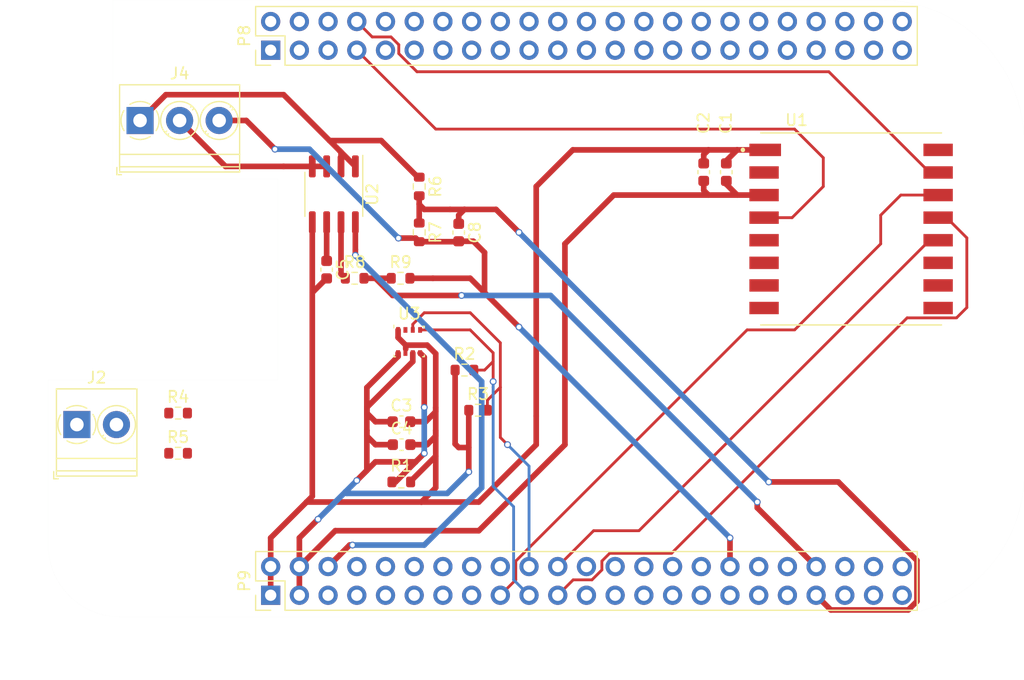
<source format=kicad_pcb>
(kicad_pcb (version 20221018) (generator pcbnew)
  (layers (0 "F.Cu" signal) (31 "B.Cu" signal) (34 "B.Paste" user) (35 "F.Paste" user) (36 "B.SilkS" user "B.Silkscreen") (37 "F.SilkS" user "F.Silkscreen") (38 "B.Mask" user) (39 "F.Mask" user) (44 "Edge.Cuts" user))
  (net 0 "")
  (net 1 "/SPI1.D0")
  (net 2 "/MMC1.DAT6")
  (net 3 "/MMC1.DAT7")
  (net 4 "/MMC1.DAT2")
  (net 5 "/MMC1.DAT3")
  (net 6 "/GPIO66")
  (net 7 "/GPIO67")
  (net 8 "/GPIO69")
  (net 9 "/GPIO68")
  (net 10 "/GPIO45")
  (net 11 "/GPIO44")
  (net 12 "/GPIO23")
  (net 13 "/GPIO26")
  (net 14 "/GPIO47")
  (net 15 "/GPIO46")
  (net 16 "/GPIO27")
  (net 17 "/LCD.AC_BIAS_E")
  (net 18 "/LCD.HSYNC")
  (net 19 "/GPIO65")
  (net 20 "/LCD.VSYNC")
  (net 21 "/LCD.PCLK")
  (net 22 "/GPIO22")
  (net 23 "/MMC1.DAT5")
  (net 24 "/MMC1.DAT4")
  (net 25 "/MMC1.DAT1")
  (net 26 "/MMC1.CLK")
  (net 27 "/MMC1.CMD")
  (net 28 "/MMC1.DAT0")
  (net 29 "/GPIO61")
  (net 30 "/LCD.DATA14")
  (net 31 "/LCD.DATA15")
  (net 32 "/LCD.DATA13")
  (net 33 "/LCD.DATA11")
  (net 34 "/LCD.DATA8")
  (net 35 "/LCD.DATA10")
  (net 36 "/LCD.DATA6")
  (net 37 "/LCD.DATA9")
  (net 38 "/LCD.DATA4")
  (net 39 "/LCD.DATA7")
  (net 40 "/LCD.DATA2")
  (net 41 "/LCD.DATA5")
  (net 42 "/LCD.DATA0")
  (net 43 "/LCD.DATA3")
  (net 44 "/LCD.DATA1")
  (net 45 "/GPIO30")
  (net 46 "/GPIO60")
  (net 47 "/GPIO31")
  (net 48 "/I2C2.SDA")
  (net 49 "/I2C2.SCL")
  (net 50 "GNDD")
  (net 51 "+3V3")
  (net 52 "+5V")
  (net 53 "/GPIO40")
  (net 54 "/GPIO48")
  (net 55 "/AIN1")
  (net 56 "/AIN0")
  (net 57 "/AIN3")
  (net 58 "/AIN2")
  (net 59 "/AIN5")
  (net 60 "/AIN6")
  (net 61 "GNDA")
  (net 62 "/AIN4")
  (net 63 "+1V8")
  (net 64 "/GPIO51")
  (net 65 "/GPIO4")
  (net 66 "/GPIO5")
  (net 67 "/GPIO3")
  (net 68 "/GPIO2")
  (net 69 "/GPIO49")
  (net 70 "/GPIO15")
  (net 71 "/GPIO117")
  (net 72 "/GPIO14")
  (net 73 "/GPIO125")
  (net 74 "/GPIO122")
  (net 75 "/GPIO20")
  (net 76 "/GPIO7")
  (net 77 "/~{SYS_RESET}")
  (net 78 "/PWR_BUT")
  (net 79 "VBUS")
  (net 80 "/SPI1.SCLK")
  (net 81 "/SPI1.CS0")
  (net 89 "Net-(U2-FILTER)")
  (net 90 "Net-(J2-Pin_1)")
  (net 91 "Net-(J2-Pin_2)")
  (net 92 "Net-(U2-VIOUT)")
  (net 93 "Net-(J4-Pin_1)")
  (net 94 "Net-(J4-Pin_2)")
  (footprint "Connector_PinHeader_2.54mm:PinHeader_2x23_P2.54mm_Vertical" (layer "F.Cu") (at 119.685 49.835 90)
    (fp_text reference "P8" (at 1.27 -2.33 270) (layer "F.SilkS"))
    (fp_text value "BeagleBone_Black_Header" hide)
    (pad "1" thru_hole rect locked (at 0 0 90) (size 1.7 1.7) (drill 1) (layers "*.Cu" "*.Mask") (net 50 "GNDD"))
    (pad "2" thru_hole oval locked (at 2.54 0 90) (size 1.7 1.7) (drill 1) (layers "*.Cu" "*.Mask") (net 50 "GNDD"))
    (pad "3" thru_hole oval locked (at 0 2.54 90) (size 1.7 1.7) (drill 1) (layers "*.Cu" "*.Mask") (net 2 "/MMC1.DAT6"))
    (pad "4" thru_hole oval locked (at 2.54 2.54 90) (size 1.7 1.7) (drill 1) (layers "*.Cu" "*.Mask") (net 3 "/MMC1.DAT7"))
    (pad "5" thru_hole oval locked (at 0 5.08 90) (size 1.7 1.7) (drill 1) (layers "*.Cu" "*.Mask") (net 4 "/MMC1.DAT2"))
    (pad "6" thru_hole oval locked (at 2.54 5.08 90) (size 1.7 1.7) (drill 1) (layers "*.Cu" "*.Mask") (net 5 "/MMC1.DAT3"))
    (pad "7" thru_hole oval locked (at 0 7.62 90) (size 1.7 1.7) (drill 1) (layers "*.Cu" "*.Mask") (net 6 "/GPIO66"))
    (pad "8" thru_hole oval locked (at 2.54 7.62 90) (size 1.7 1.7) (drill 1) (layers "*.Cu" "*.Mask") (net 7 "/GPIO67"))
    (pad "9" thru_hole oval locked (at 0 10.16 90) (size 1.7 1.7) (drill 1) (layers "*.Cu" "*.Mask") (net 8 "/GPIO69"))
    (pad "10" thru_hole oval locked (at 2.54 10.16 90) (size 1.7 1.7) (drill 1) (layers "*.Cu" "*.Mask") (net 9 "/GPIO68"))
    (pad "11" thru_hole oval locked (at 0 12.7 90) (size 1.7 1.7) (drill 1) (layers "*.Cu" "*.Mask") (net 10 "/GPIO45"))
    (pad "12" thru_hole oval locked (at 2.54 12.7 90) (size 1.7 1.7) (drill 1) (layers "*.Cu" "*.Mask") (net 11 "/GPIO44"))
    (pad "13" thru_hole oval locked (at 0 15.24 90) (size 1.7 1.7) (drill 1) (layers "*.Cu" "*.Mask") (net 12 "/GPIO23"))
    (pad "14" thru_hole oval locked (at 2.54 15.24 90) (size 1.7 1.7) (drill 1) (layers "*.Cu" "*.Mask") (net 13 "/GPIO26"))
    (pad "15" thru_hole oval locked (at 0 17.78 90) (size 1.7 1.7) (drill 1) (layers "*.Cu" "*.Mask") (net 14 "/GPIO47"))
    (pad "16" thru_hole oval locked (at 2.54 17.78 90) (size 1.7 1.7) (drill 1) (layers "*.Cu" "*.Mask") (net 15 "/GPIO46"))
    (pad "17" thru_hole oval locked (at 0 20.32 90) (size 1.7 1.7) (drill 1) (layers "*.Cu" "*.Mask") (net 16 "/GPIO27"))
    (pad "18" thru_hole oval locked (at 2.54 20.32 90) (size 1.7 1.7) (drill 1) (layers "*.Cu" "*.Mask") (net 19 "/GPIO65"))
    (pad "19" thru_hole oval locked (at 0 22.86 90) (size 1.7 1.7) (drill 1) (layers "*.Cu" "*.Mask") (net 22 "/GPIO22"))
    (pad "20" thru_hole oval locked (at 2.54 22.86 90) (size 1.7 1.7) (drill 1) (layers "*.Cu" "*.Mask") (net 27 "/MMC1.CMD"))
    (pad "21" thru_hole oval locked (at 0 25.4 90) (size 1.7 1.7) (drill 1) (layers "*.Cu" "*.Mask") (net 26 "/MMC1.CLK"))
    (pad "22" thru_hole oval locked (at 2.54 25.4 90) (size 1.7 1.7) (drill 1) (layers "*.Cu" "*.Mask") (net 23 "/MMC1.DAT5"))
    (pad "23" thru_hole oval locked (at 0 27.94 90) (size 1.7 1.7) (drill 1) (layers "*.Cu" "*.Mask") (net 24 "/MMC1.DAT4"))
    (pad "24" thru_hole oval locked (at 2.54 27.94 90) (size 1.7 1.7) (drill 1) (layers "*.Cu" "*.Mask") (net 25 "/MMC1.DAT1"))
    (pad "25" thru_hole oval locked (at 0 30.48 90) (size 1.7 1.7) (drill 1) (layers "*.Cu" "*.Mask") (net 28 "/MMC1.DAT0"))
    (pad "26" thru_hole oval locked (at 2.54 30.48 90) (size 1.7 1.7) (drill 1) (layers "*.Cu" "*.Mask") (net 21 "/LCD.PCLK"))
    (pad "27" thru_hole oval locked (at 0 33.02 90) (size 1.7 1.7) (drill 1) (layers "*.Cu" "*.Mask") (net 20 "/LCD.VSYNC"))
    (pad "28" thru_hole oval locked (at 2.54 33.02 90) (size 1.7 1.7) (drill 1) (layers "*.Cu" "*.Mask") (net 29 "/GPIO61"))
    (pad "29" thru_hole oval locked (at 0 35.56 90) (size 1.7 1.7) (drill 1) (layers "*.Cu" "*.Mask") (net 18 "/LCD.HSYNC"))
    (pad "30" thru_hole oval locked (at 2.54 35.56 90) (size 1.7 1.7) (drill 1) (layers "*.Cu" "*.Mask") (net 17 "/LCD.AC_BIAS_E"))
    (pad "31" thru_hole oval locked (at 0 38.1 90) (size 1.7 1.7) (drill 1) (layers "*.Cu" "*.Mask") (net 30 "/LCD.DATA14"))
    (pad "32" thru_hole oval locked (at 2.54 38.1 90) (size 1.7 1.7) (drill 1) (layers "*.Cu" "*.Mask") (net 31 "/LCD.DATA15"))
    (pad "33" thru_hole oval locked (at 0 40.64 90) (size 1.7 1.7) (drill 1) (layers "*.Cu" "*.Mask") (net 32 "/LCD.DATA13"))
    (pad "34" thru_hole oval locked (at 2.54 40.64 90) (size 1.7 1.7) (drill 1) (layers "*.Cu" "*.Mask") (net 33 "/LCD.DATA11"))
    (pad "35" thru_hole oval locked (at 0 43.18 90) (size 1.7 1.7) (drill 1) (layers "*.Cu" "*.Mask") (net 34 "/LCD.DATA8"))
    (pad "36" thru_hole oval locked (at 2.54 43.18 90) (size 1.7 1.7) (drill 1) (layers "*.Cu" "*.Mask") (net 35 "/LCD.DATA10"))
    (pad "37" thru_hole oval locked (at 0 45.72 90) (size 1.7 1.7) (drill 1) (layers "*.Cu" "*.Mask") (net 36 "/LCD.DATA6"))
    (pad "38" thru_hole oval locked (at 2.54 45.72 90) (size 1.7 1.7) (drill 1) (layers "*.Cu" "*.Mask") (net 37 "/LCD.DATA9"))
    (pad "39" thru_hole oval locked (at 0 48.26 90) (size 1.7 1.7) (drill 1) (layers "*.Cu" "*.Mask") (net 38 "/LCD.DATA4"))
    (pad "40" thru_hole oval locked (at 2.54 48.26 90) (size 1.7 1.7) (drill 1) (layers "*.Cu" "*.Mask") (net 39 "/LCD.DATA7"))
    (pad "41" thru_hole oval locked (at 0 50.8 90) (size 1.7 1.7) (drill 1) (layers "*.Cu" "*.Mask") (net 40 "/LCD.DATA2"))
    (pad "42" thru_hole oval locked (at 2.54 50.8 90) (size 1.7 1.7) (drill 1) (layers "*.Cu" "*.Mask") (net 41 "/LCD.DATA5"))
    (pad "43" thru_hole oval locked (at 0 53.34 90) (size 1.7 1.7) (drill 1) (layers "*.Cu" "*.Mask") (net 42 "/LCD.DATA0"))
    (pad "44" thru_hole oval locked (at 2.54 53.34 90) (size 1.7 1.7) (drill 1) (layers "*.Cu" "*.Mask") (net 43 "/LCD.DATA3"))
    (pad "45" thru_hole oval locked (at 0 55.88 90) (size 1.7 1.7) (drill 1) (layers "*.Cu" "*.Mask") (net 50 "GNDD"))
    (pad "46" thru_hole oval locked (at 2.54 55.88 90) (size 1.7 1.7) (drill 1) (layers "*.Cu" "*.Mask") (net 44 "/LCD.DATA1"))
  )
  (footprint "Connector_PinHeader_2.54mm:PinHeader_2x23_P2.54mm_Vertical" (layer "F.Cu") (at 119.685 98.095 90)
    (fp_text reference "P9" (at 1.27 -2.33 270) (layer "F.SilkS"))
    (fp_text value "BeagleBone_Black_Header" hide)
    (pad "1" thru_hole rect locked (at 0 0 90) (size 1.7 1.7) (drill 1) (layers "*.Cu" "*.Mask") (net 50 "GNDD"))
    (pad "2" thru_hole oval locked (at 2.54 0 90) (size 1.7 1.7) (drill 1) (layers "*.Cu" "*.Mask") (net 50 "GNDD"))
    (pad "3" thru_hole oval locked (at 0 2.54 90) (size 1.7 1.7) (drill 1) (layers "*.Cu" "*.Mask") (net 51 "+3V3"))
    (pad "4" thru_hole oval locked (at 2.54 2.54 90) (size 1.7 1.7) (drill 1) (layers "*.Cu" "*.Mask") (net 51 "+3V3"))
    (pad "5" thru_hole oval locked (at 0 5.08 90) (size 1.7 1.7) (drill 1) (layers "*.Cu" "*.Mask") (net 52 "+5V"))
    (pad "6" thru_hole oval locked (at 2.54 5.08 90) (size 1.7 1.7) (drill 1) (layers "*.Cu" "*.Mask") (net 52 "+5V"))
    (pad "7" thru_hole oval locked (at 0 7.62 90) (size 1.7 1.7) (drill 1) (layers "*.Cu" "*.Mask") (net 79 "VBUS"))
    (pad "8" thru_hole oval locked (at 2.54 7.62 90) (size 1.7 1.7) (drill 1) (layers "*.Cu" "*.Mask") (net 79 "VBUS"))
    (pad "9" thru_hole oval locked (at 0 10.16 90) (size 1.7 1.7) (drill 1) (layers "*.Cu" "*.Mask") (net 78 "/PWR_BUT"))
    (pad "10" thru_hole oval locked (at 2.54 10.16 90) (size 1.7 1.7) (drill 1) (layers "*.Cu" "*.Mask") (net 77 "/~{SYS_RESET}"))
    (pad "11" thru_hole oval locked (at 0 12.7 90) (size 1.7 1.7) (drill 1) (layers "*.Cu" "*.Mask") (net 45 "/GPIO30"))
    (pad "12" thru_hole oval locked (at 2.54 12.7 90) (size 1.7 1.7) (drill 1) (layers "*.Cu" "*.Mask") (net 46 "/GPIO60"))
    (pad "13" thru_hole oval locked (at 0 15.24 90) (size 1.7 1.7) (drill 1) (layers "*.Cu" "*.Mask") (net 47 "/GPIO31"))
    (pad "14" thru_hole oval locked (at 2.54 15.24 90) (size 1.7 1.7) (drill 1) (layers "*.Cu" "*.Mask") (net 53 "/GPIO40"))
    (pad "15" thru_hole oval locked (at 0 17.78 90) (size 1.7 1.7) (drill 1) (layers "*.Cu" "*.Mask") (net 54 "/GPIO48"))
    (pad "16" thru_hole oval locked (at 2.54 17.78 90) (size 1.7 1.7) (drill 1) (layers "*.Cu" "*.Mask") (net 64 "/GPIO51"))
    (pad "17" thru_hole oval locked (at 0 20.32 90) (size 1.7 1.7) (drill 1) (layers "*.Cu" "*.Mask") (net 65 "/GPIO4"))
    (pad "18" thru_hole oval locked (at 2.54 20.32 90) (size 1.7 1.7) (drill 1) (layers "*.Cu" "*.Mask") (net 66 "/GPIO5"))
    (pad "19" thru_hole oval locked (at 0 22.86 90) (size 1.7 1.7) (drill 1) (layers "*.Cu" "*.Mask") (net 49 "/I2C2.SCL"))
    (pad "20" thru_hole oval locked (at 2.54 22.86 90) (size 1.7 1.7) (drill 1) (layers "*.Cu" "*.Mask") (net 48 "/I2C2.SDA"))
    (pad "21" thru_hole oval locked (at 0 25.4 90) (size 1.7 1.7) (drill 1) (layers "*.Cu" "*.Mask") (net 67 "/GPIO3"))
    (pad "22" thru_hole oval locked (at 2.54 25.4 90) (size 1.7 1.7) (drill 1) (layers "*.Cu" "*.Mask") (net 68 "/GPIO2"))
    (pad "23" thru_hole oval locked (at 0 27.94 90) (size 1.7 1.7) (drill 1) (layers "*.Cu" "*.Mask") (net 69 "/GPIO49"))
    (pad "24" thru_hole oval locked (at 2.54 27.94 90) (size 1.7 1.7) (drill 1) (layers "*.Cu" "*.Mask") (net 70 "/GPIO15"))
    (pad "25" thru_hole oval locked (at 0 30.48 90) (size 1.7 1.7) (drill 1) (layers "*.Cu" "*.Mask") (net 71 "/GPIO117"))
    (pad "26" thru_hole oval locked (at 2.54 30.48 90) (size 1.7 1.7) (drill 1) (layers "*.Cu" "*.Mask") (net 72 "/GPIO14"))
    (pad "27" thru_hole oval locked (at 0 33.02 90) (size 1.7 1.7) (drill 1) (layers "*.Cu" "*.Mask") (net 73 "/GPIO125"))
    (pad "28" thru_hole oval locked (at 2.54 33.02 90) (size 1.7 1.7) (drill 1) (layers "*.Cu" "*.Mask") (net 81 "/SPI1.CS0"))
    (pad "29" thru_hole oval locked (at 0 35.56 90) (size 1.7 1.7) (drill 1) (layers "*.Cu" "*.Mask") (net 1 "/SPI1.D0"))
    (pad "30" thru_hole oval locked (at 2.54 35.56 90) (size 1.7 1.7) (drill 1) (layers "*.Cu" "*.Mask") (net 74 "/GPIO122"))
    (pad "31" thru_hole oval locked (at 0 38.1 90) (size 1.7 1.7) (drill 1) (layers "*.Cu" "*.Mask") (net 80 "/SPI1.SCLK"))
    (pad "32" thru_hole oval locked (at 2.54 38.1 90) (size 1.7 1.7) (drill 1) (layers "*.Cu" "*.Mask") (net 63 "+1V8"))
    (pad "33" thru_hole oval locked (at 0 40.64 90) (size 1.7 1.7) (drill 1) (layers "*.Cu" "*.Mask") (net 62 "/AIN4"))
    (pad "34" thru_hole oval locked (at 2.54 40.64 90) (size 1.7 1.7) (drill 1) (layers "*.Cu" "*.Mask") (net 61 "GNDA"))
    (pad "35" thru_hole oval locked (at 0 43.18 90) (size 1.7 1.7) (drill 1) (layers "*.Cu" "*.Mask") (net 60 "/AIN6"))
    (pad "36" thru_hole oval locked (at 2.54 43.18 90) (size 1.7 1.7) (drill 1) (layers "*.Cu" "*.Mask") (net 59 "/AIN5"))
    (pad "37" thru_hole oval locked (at 0 45.72 90) (size 1.7 1.7) (drill 1) (layers "*.Cu" "*.Mask") (net 58 "/AIN2"))
    (pad "38" thru_hole oval locked (at 2.54 45.72 90) (size 1.7 1.7) (drill 1) (layers "*.Cu" "*.Mask") (net 57 "/AIN3"))
    (pad "39" thru_hole oval locked (at 0 48.26 90) (size 1.7 1.7) (drill 1) (layers "*.Cu" "*.Mask") (net 56 "/AIN0"))
    (pad "40" thru_hole oval locked (at 2.54 48.26 90) (size 1.7 1.7) (drill 1) (layers "*.Cu" "*.Mask") (net 55 "/AIN1"))
    (pad "41" thru_hole oval locked (at 0 50.8 90) (size 1.7 1.7) (drill 1) (layers "*.Cu" "*.Mask") (net 75 "/GPIO20"))
    (pad "42" thru_hole oval locked (at 2.54 50.8 90) (size 1.7 1.7) (drill 1) (layers "*.Cu" "*.Mask") (net 76 "/GPIO7"))
    (pad "43" thru_hole oval locked (at 0 53.34 90) (size 1.7 1.7) (drill 1) (layers "*.Cu" "*.Mask") (net 50 "GNDD"))
    (pad "44" thru_hole oval locked (at 2.54 53.34 90) (size 1.7 1.7) (drill 1) (layers "*.Cu" "*.Mask") (net 50 "GNDD"))
    (pad "45" thru_hole oval locked (at 0 55.88 90) (size 1.7 1.7) (drill 1) (layers "*.Cu" "*.Mask") (net 50 "GNDD"))
    (pad "46" thru_hole oval locked (at 2.54 55.88 90) (size 1.7 1.7) (drill 1) (layers "*.Cu" "*.Mask") (net 50 "GNDD"))
  )
  (footprint "Package_SO:SOIC-8_3.9x4.9mm_P1.27mm" (layer "F.Cu") (at 125.273 62.597 -90)
    (fp_text reference "U2" (at 0 -3.4 90) (layer "F.SilkS"))
    (fp_text value "ACS725xLCTR-10AU")
    (pad "1" smd roundrect (at -2.475 -1.905 270) (size 1.95 0.6) (layers "F.Cu" "F.Paste" "F.Mask") (net 93 "Net-(J4-Pin_1)"))
    (pad "2" smd roundrect (at -2.475 -0.635 270) (size 1.95 0.6) (layers "F.Cu" "F.Paste" "F.Mask") (net 93 "Net-(J4-Pin_1)"))
    (pad "3" smd roundrect (at -2.475 0.635 270) (size 1.95 0.6) (layers "F.Cu" "F.Paste" "F.Mask") (net 94 "Net-(J4-Pin_2)"))
    (pad "4" smd roundrect (at -2.475 1.905 270) (size 1.95 0.6) (layers "F.Cu" "F.Paste" "F.Mask") (net 94 "Net-(J4-Pin_2)"))
    (pad "5" smd roundrect (at 2.475 1.905 270) (size 1.95 0.6) (layers "F.Cu" "F.Paste" "F.Mask") (net 50 "GNDD"))
    (pad "6" smd roundrect (at 2.475 0.635 270) (size 1.95 0.6) (layers "F.Cu" "F.Paste" "F.Mask") (net 89 "Net-(U2-FILTER)"))
    (pad "7" smd roundrect (at 2.475 -0.635 270) (size 1.95 0.6) (layers "F.Cu" "F.Paste" "F.Mask") (net 92 "Net-(U2-VIOUT)"))
    (pad "8" smd roundrect (at 2.475 -1.905 270) (size 1.95 0.6) (layers "F.Cu" "F.Paste" "F.Mask") (net 52 "+5V"))
  )
  (footprint "TerminalBlock_Phoenix:TerminalBlock_Phoenix_PT-1,5-3-3.5-H_1x03_P3.50mm_Horizontal" (layer "F.Cu") (at 108.128 56.058)
    (fp_text reference "J4" (at 3.5 -4.16) (layer "F.SilkS"))
    (fp_text value "Screw_Terminal_01x03")
    (pad "1" thru_hole rect (at 0 0) (size 2.4 2.4) (drill 1.2) (layers "*.Cu" "*.Mask") (net 93 "Net-(J4-Pin_1)"))
    (pad "2" thru_hole circle (at 3.5 0) (size 2.4 2.4) (drill 1.2) (layers "*.Cu" "*.Mask") (net 94 "Net-(J4-Pin_2)"))
    (pad "3" thru_hole circle (at 7 0) (size 2.4 2.4) (drill 1.2) (layers "*.Cu" "*.Mask") (net 61 "GNDA"))
  )
  (footprint "Capacitor_SMD:C_0603_1608Metric" (layer "F.Cu") (at 160 60.63 90)
    (fp_text reference "C1" (at 4.35 -0.045 90) (layer "F.SilkS"))
    (fp_text value "22uF" hide)
    (pad "1" smd roundrect (at -0.775 0 90) (size 0.9 0.95) (layers "F.Cu" "F.Paste" "F.Mask") (net 51 "+3V3"))
    (pad "2" smd roundrect (at 0.775 0 90) (size 0.9 0.95) (layers "F.Cu" "F.Paste" "F.Mask") (net 50 "GNDD"))
  )
  (footprint "Resistor_SMD:R_0603_1608Metric" (layer "F.Cu") (at 138.037 81.712)
    (fp_text reference "R3" (at 0 -1.43) (layer "F.SilkS"))
    (fp_text value "10kΩ")
    (pad "1" smd roundrect (at -0.825 0) (size 0.8 0.95) (layers "F.Cu" "F.Paste" "F.Mask") (net 51 "+3V3"))
    (pad "2" smd roundrect (at 0.825 0) (size 0.8 0.95) (layers "F.Cu" "F.Paste" "F.Mask") (net 48 "/I2C2.SDA"))
  )
  (footprint "Capacitor_SMD:C_0603_1608Metric" (layer "F.Cu") (at 131.268 84.76)
    (fp_text reference "C4" (at 0 -1.43) (layer "F.SilkS"))
    (fp_text value "0.1uF")
    (pad "1" smd roundrect (at -0.775 0) (size 0.9 0.95) (layers "F.Cu" "F.Paste" "F.Mask") (net 51 "+3V3"))
    (pad "2" smd roundrect (at 0.775 0) (size 0.9 0.95) (layers "F.Cu" "F.Paste" "F.Mask") (net 50 "GNDD"))
  )
  (footprint "MountingHole:MountingHole_3.2mm_M3_DIN965" (layer "F.Cu") (at 180.645 51.74)
    (fp_text reference "MH3" hide)
    (fp_text value "MountingHole_3.2mm_M3_DIN965" hide)
    (pad "" np_thru_hole circle locked (at 0 0) (size 3.2 3.2) (drill 3.2) (layers "*.Cu" "*.Mask"))
  )
  (footprint "Capacitor_SMD:C_0603_1608Metric" (layer "F.Cu") (at 131.255 82.728)
    (fp_text reference "C3" (at 0 -1.43) (layer "F.SilkS"))
    (fp_text value "1uF")
    (pad "1" smd roundrect (at -0.775 0) (size 0.9 0.95) (layers "F.Cu" "F.Paste" "F.Mask") (net 51 "+3V3"))
    (pad "2" smd roundrect (at 0.775 0) (size 0.9 0.95) (layers "F.Cu" "F.Paste" "F.Mask") (net 50 "GNDD"))
  )
  (footprint "TerminalBlock_Phoenix:TerminalBlock_Phoenix_PT-1,5-2-3.5-H_1x02_P3.50mm_Horizontal" (layer "F.Cu") (at 102.54 82.982)
    (fp_text reference "J2" (at 1.75 -4.16) (layer "F.SilkS"))
    (fp_text value "Screw_Terminal_01x02")
    (pad "1" thru_hole rect (at 0 0) (size 2.4 2.4) (drill 1.2) (layers "*.Cu" "*.Mask") (net 90 "Net-(J2-Pin_1)"))
    (pad "2" thru_hole circle (at 3.5 0) (size 2.4 2.4) (drill 1.2) (layers "*.Cu" "*.Mask") (net 91 "Net-(J2-Pin_2)"))
  )
  (footprint "Resistor_SMD:R_0603_1608Metric" (layer "F.Cu") (at 131.179 70.028)
    (fp_text reference "R9" (at 0 -1.43) (layer "F.SilkS"))
    (fp_text value "1.8Ω")
    (pad "1" smd roundrect (at -0.825 0) (size 0.8 0.95) (layers "F.Cu" "F.Paste" "F.Mask") (net 55 "/AIN1"))
    (pad "2" smd roundrect (at 0.825 0) (size 0.8 0.95) (layers "F.Cu" "F.Paste" "F.Mask") (net 61 "GNDA"))
  )
  (footprint "Resistor_SMD:R_0603_1608Metric" (layer "F.Cu") (at 111.493 81.966)
    (fp_text reference "R4" (at 0 -1.43) (layer "F.SilkS"))
    (fp_text value "9.1kΩ")
    (pad "1" smd roundrect (at -0.825 0) (size 0.8 0.95) (layers "F.Cu" "F.Paste" "F.Mask") (net 90 "Net-(J2-Pin_1)"))
    (pad "2" smd roundrect (at 0.825 0) (size 0.8 0.95) (layers "F.Cu" "F.Paste" "F.Mask") (net 52 "+5V"))
  )
  (footprint "RA-02_LORA:MODULE_RA-02_LORA" (layer "F.Cu") (at 171.04 65.66)
    (fp_text reference "U1" (at -4.825 -9.635) (layer "F.SilkS"))
    (fp_text value "RA-02_LORA")
    (pad "1" smd rect (at -7.6 -7) (size 2.8 1.1) (layers "F.Cu" "F.Paste" "F.Mask") (net 50 "GNDD"))
    (pad "2" smd rect (at -7.7 -5) (size 2.6 1.1) (layers "F.Cu" "F.Paste" "F.Mask") (net 50 "GNDD"))
    (pad "3" smd rect (at -7.7 -3) (size 2.6 1.1) (layers "F.Cu" "F.Paste" "F.Mask") (net 51 "+3V3"))
    (pad "4" smd rect (at -7.7 -1) (size 2.6 1.1) (layers "F.Cu" "F.Paste" "F.Mask") (net 6 "/GPIO66"))
    (pad "5" smd rect (at -7.7 1) (size 2.6 1.1) (layers "F.Cu" "F.Paste" "F.Mask"))
    (pad "6" smd rect (at -7.7 3) (size 2.6 1.1) (layers "F.Cu" "F.Paste" "F.Mask"))
    (pad "7" smd rect (at -7.7 5) (size 2.6 1.1) (layers "F.Cu" "F.Paste" "F.Mask"))
    (pad "8" smd rect (at -7.7 7) (size 2.6 1.1) (layers "F.Cu" "F.Paste" "F.Mask"))
    (pad "9" smd rect (at 7.7 7 180) (size 2.6 1.1) (layers "F.Cu" "F.Paste" "F.Mask") (net 50 "GNDD"))
    (pad "10" smd rect (at 7.7 5 180) (size 2.6 1.1) (layers "F.Cu" "F.Paste" "F.Mask"))
    (pad "11" smd rect (at 7.7 3 180) (size 2.6 1.1) (layers "F.Cu" "F.Paste" "F.Mask"))
    (pad "12" smd rect (at 7.7 1 180) (size 2.6 1.1) (layers "F.Cu" "F.Paste" "F.Mask") (net 68 "/GPIO2"))
    (pad "13" smd rect (at 7.7 -1 180) (size 2.6 1.1) (layers "F.Cu" "F.Paste" "F.Mask") (net 67 "/GPIO3"))
    (pad "14" smd rect (at 7.7 -3 180) (size 2.6 1.1) (layers "F.Cu" "F.Paste" "F.Mask") (net 65 "/GPIO4"))
    (pad "15" smd rect (at 7.7 -5 180) (size 2.6 1.1) (layers "F.Cu" "F.Paste" "F.Mask") (net 7 "/GPIO67"))
    (pad "16" smd rect (at 7.7 -7 180) (size 2.6 1.1) (layers "F.Cu" "F.Paste" "F.Mask") (net 50 "GNDD"))
  )
  (footprint "Resistor_SMD:R_0603_1608Metric" (layer "F.Cu") (at 111.493 85.522)
    (fp_text reference "R5" (at 0 -1.43) (layer "F.SilkS"))
    (fp_text value "1.2kΩ")
    (pad "1" smd roundrect (at -0.825 0) (size 0.8 0.95) (layers "F.Cu" "F.Paste" "F.Mask") (net 52 "+5V"))
    (pad "2" smd roundrect (at 0.825 0) (size 0.8 0.95) (layers "F.Cu" "F.Paste" "F.Mask") (net 91 "Net-(J2-Pin_2)"))
  )
  (footprint "Resistor_SMD:R_0603_1608Metric" (layer "F.Cu") (at 136.83 78.156)
    (fp_text reference "R2" (at 0 -1.43) (layer "F.SilkS"))
    (fp_text value "10kΩ")
    (pad "1" smd roundrect (at -0.825 0) (size 0.8 0.95) (layers "F.Cu" "F.Paste" "F.Mask") (net 51 "+3V3"))
    (pad "2" smd roundrect (at 0.825 0) (size 0.8 0.95) (layers "F.Cu" "F.Paste" "F.Mask") (net 49 "/I2C2.SCL"))
  )
  (footprint "Package_LGA:Bosch_LGA-8_2.5x2.5mm_P0.65mm_ClockwisePinNumbering" (layer "F.Cu") (at 131.933 75.625)
    (fp_text reference "U3" (at 0.015 -2.465) (layer "F.SilkS"))
    (fp_text value "BME280")
    (pad "1" smd rect (at -0.975 -1.025 90) (size 0.5 0.35) (layers "F.Cu" "F.Paste" "F.Mask") (net 50 "GNDD"))
    (pad "2" smd rect (at -0.325 -1.025 90) (size 0.5 0.35) (layers "F.Cu" "F.Paste" "F.Mask"))
    (pad "3" smd rect (at 0.325 -1.025 90) (size 0.5 0.35) (layers "F.Cu" "F.Paste" "F.Mask") (net 48 "/I2C2.SDA"))
    (pad "4" smd rect (at 0.975 -1.025 90) (size 0.5 0.35) (layers "F.Cu" "F.Paste" "F.Mask") (net 49 "/I2C2.SCL"))
    (pad "5" smd rect (at 0.975 1.025 90) (size 0.5 0.35) (layers "F.Cu" "F.Paste" "F.Mask") (net 51 "+3V3"))
    (pad "6" smd rect (at 0.325 1.025 90) (size 0.5 0.35) (layers "F.Cu" "F.Paste" "F.Mask") (net 51 "+3V3"))
    (pad "7" smd rect (at -0.325 1.025 90) (size 0.5 0.35) (layers "F.Cu" "F.Paste" "F.Mask") (net 50 "GNDD"))
    (pad "8" smd rect (at -0.975 1.025 90) (size 0.5 0.35) (layers "F.Cu" "F.Paste" "F.Mask") (net 51 "+3V3"))
  )
  (footprint "Capacitor_SMD:C_0603_1608Metric" (layer "F.Cu") (at 158 60.63 90)
    (fp_text reference "C2" (at 4.35 -0.015 90) (layer "F.SilkS"))
    (fp_text value "0.1uF" hide)
    (pad "1" smd roundrect (at -0.775 0 90) (size 0.9 0.95) (layers "F.Cu" "F.Paste" "F.Mask") (net 51 "+3V3"))
    (pad "2" smd roundrect (at 0.775 0 90) (size 0.9 0.95) (layers "F.Cu" "F.Paste" "F.Mask") (net 50 "GNDD"))
  )
  (footprint "MountingHole:MountingHole_3.2mm_M3_DIN965" (layer "F.Cu") (at 180.645 93.65)
    (fp_text reference "MH4" hide)
    (fp_text value "MountingHole_3.2mm_M3_DIN965" hide)
    (pad "" np_thru_hole circle locked (at 0 0) (size 3.2 3.2) (drill 3.2) (layers "*.Cu" "*.Mask"))
  )
  (footprint "Resistor_SMD:R_0603_1608Metric" (layer "F.Cu") (at 132.829 65.964 -90)
    (fp_text reference "R7" (at 0 -1.43 90) (layer "F.SilkS"))
    (fp_text value "1MΩ")
    (pad "1" smd roundrect (at -0.825 0 270) (size 0.8 0.95) (layers "F.Cu" "F.Paste" "F.Mask") (net 56 "/AIN0"))
    (pad "2" smd roundrect (at 0.825 0 270) (size 0.8 0.95) (layers "F.Cu" "F.Paste" "F.Mask") (net 61 "GNDA"))
  )
  (footprint "MountingHole:MountingHole_3.2mm_M3_DIN965" (layer "F.Cu") (at 114.605 48.565)
    (fp_text reference "MH1" hide)
    (fp_text value "MountingHole_3.2mm_M3_DIN965" hide)
    (pad "" np_thru_hole circle locked (at 0 0) (size 3.2 3.2) (drill 3.2) (layers "*.Cu" "*.Mask"))
  )
  (footprint "Resistor_SMD:R_0603_1608Metric" (layer "F.Cu") (at 131.242 88.062)
    (fp_text reference "R1" (at 0 -1.43) (layer "F.SilkS"))
    (fp_text value "10kΩ")
    (pad "1" smd roundrect (at -0.825 0) (size 0.8 0.95) (layers "F.Cu" "F.Paste" "F.Mask") (net 51 "+3V3"))
    (pad "2" smd roundrect (at 0.825 0) (size 0.8 0.95) (layers "F.Cu" "F.Paste" "F.Mask") (net 50 "GNDD"))
  )
  (footprint "Capacitor_SMD:C_0603_1608Metric" (layer "F.Cu") (at 124.638 69.266 -90)
    (fp_text reference "C5" (at 0 -1.43 90) (layer "F.SilkS"))
    (fp_text value "1nF")
    (pad "1" smd roundrect (at -0.775 0 270) (size 0.9 0.95) (layers "F.Cu" "F.Paste" "F.Mask") (net 89 "Net-(U2-FILTER)"))
    (pad "2" smd roundrect (at 0.775 0 270) (size 0.9 0.95) (layers "F.Cu" "F.Paste" "F.Mask") (net 50 "GNDD"))
  )
  (footprint "MountingHole:MountingHole_3.2mm_M3_DIN965" (layer "F.Cu") (at 114.605 96.825)
    (fp_text reference "MH2" hide)
    (fp_text value "MountingHole_3.2mm_M3_DIN965" hide)
    (pad "" np_thru_hole circle locked (at 0 0) (size 3.2 3.2) (drill 3.2) (layers "*.Cu" "*.Mask"))
  )
  (footprint "Resistor_SMD:R_0603_1608Metric" (layer "F.Cu") (at 127.115 70.028)
    (fp_text reference "R8" (at 0 -1.43) (layer "F.SilkS"))
    (fp_text value "3.3Ω")
    (pad "1" smd roundrect (at -0.825 0) (size 0.8 0.95) (layers "F.Cu" "F.Paste" "F.Mask") (net 92 "Net-(U2-VIOUT)"))
    (pad "2" smd roundrect (at 0.825 0) (size 0.8 0.95) (layers "F.Cu" "F.Paste" "F.Mask") (net 55 "/AIN1"))
  )
  (footprint "Resistor_SMD:R_0603_1608Metric" (layer "F.Cu") (at 132.829 61.9 -90)
    (fp_text reference "R6" (at 0 -1.43 90) (layer "F.SilkS"))
    (fp_text value "10MΩ")
    (pad "1" smd roundrect (at -0.825 0 270) (size 0.8 0.95) (layers "F.Cu" "F.Paste" "F.Mask") (net 93 "Net-(J4-Pin_1)"))
    (pad "2" smd roundrect (at 0.825 0 270) (size 0.8 0.95) (layers "F.Cu" "F.Paste" "F.Mask") (net 56 "/AIN0"))
  )
  (footprint "Capacitor_SMD:C_0603_1608Metric" (layer "F.Cu") (at 136.322 65.977 -90)
    (fp_text reference "C8" (at 0 -1.43 90) (layer "F.SilkS"))
    (fp_text value "100nF")
    (pad "1" smd roundrect (at -0.775 0 270) (size 0.9 0.95) (layers "F.Cu" "F.Paste" "F.Mask") (net 56 "/AIN0"))
    (pad "2" smd roundrect (at 0.775 0 270) (size 0.9 0.95) (layers "F.Cu" "F.Paste" "F.Mask") (net 61 "GNDA"))
  )
  (gr_arc locked (start 106.35 100) (mid 101.859872 98.140128) (end 100 93.65) (stroke (width 0.00254)) (layer "Edge.Cuts"))
  (gr_line locked (start 186.36 87.3) (end 186.36 58.09) (stroke (width 0.00254)) (layer "Edge.Cuts"))
  (gr_line locked (start 106.35 100) (end 173.66 100) (stroke (width 0.00254)) (layer "Edge.Cuts"))
  (gr_line locked (start 120.32 79.045) (end 100 79.045) (stroke (width 0.00254)) (layer "Edge.Cuts"))
  (gr_line locked (start 105.715 45.39) (end 105.715 61.265) (stroke (width 0.00254)) (layer "Edge.Cuts"))
  (gr_line locked (start 100 79.045) (end 100 93.65) (stroke (width 0.00254)) (layer "Edge.Cuts"))
  (gr_line locked (start 173.66 45.39) (end 105.715 45.39) (stroke (width 0.00254)) (layer "Edge.Cuts"))
  (gr_arc locked (start 186.36 87.3) (mid 182.640256 96.280256) (end 173.66 100) (stroke (width 0.00254)) (layer "Edge.Cuts"))
  (gr_arc locked (start 173.66 45.39) (mid 182.640256 49.109744) (end 186.36 58.09) (stroke (width 0.00254)) (layer "Edge.Cuts"))
  (gr_line locked (start 120.32 61.265) (end 120.32 79.045) (stroke (width 0.00254)) (layer "Edge.Cuts"))
  (gr_line locked (start 105.715 61.265) (end 120.32 61.265) (stroke (width 0.00254)) (layer "Edge.Cuts"))
  (segment (start 168.58 59.36) (end 166.04 56.82) (width 0.25) (layer "F.Cu") (net 6))
  (segment (start 166.04 56.82) (end 134.29 56.82) (width 0.25) (layer "F.Cu") (net 6))
  (segment (start 163.34 64.66) (end 165.82 64.66) (width 0.25) (layer "F.Cu") (net 6))
  (segment (start 168.58 61.9) (end 168.58 59.36) (width 0.25) (layer "F.Cu") (net 6))
  (segment (start 134.29 56.82) (end 127.305 49.835) (width 0.25) (layer "F.Cu") (net 6))
  (segment (start 165.82 64.66) (end 168.58 61.9) (width 0.25) (layer "F.Cu") (net 6))
  (segment (start 132.628299 51.74) (end 131.02 50.131701) (width 0.25) (layer "F.Cu") (net 7))
  (segment (start 169.07 51.74) (end 132.628299 51.74) (width 0.25) (layer "F.Cu") (net 7))
  (segment (start 177.99 60.66) (end 169.07 51.74) (width 0.25) (layer "F.Cu") (net 7))
  (segment (start 131.02 49.348299) (end 130.331701 48.66) (width 0.25) (layer "F.Cu") (net 7))
  (segment (start 178.74 60.66) (end 177.99 60.66) (width 0.25) (layer "F.Cu") (net 7))
  (segment (start 131.02 50.131701) (end 131.02 49.348299) (width 0.25) (layer "F.Cu") (net 7))
  (segment (start 128.67 48.66) (end 127.305 47.295) (width 0.25) (layer "F.Cu") (net 7))
  (segment (start 130.331701 48.66) (end 128.67 48.66) (width 0.25) (layer "F.Cu") (net 7))
  (segment (start 140.005 79.68) (end 138.862 80.823) (width 0.25) (layer "F.Cu") (net 48))
  (segment (start 140.005 79.68) (end 140.005 75.743) (width 0.25) (layer "F.Cu") (net 48))
  (segment (start 140.005 75.743) (end 137.346 73.084) (width 0.25) (layer "F.Cu") (net 48))
  (segment (start 137.346 73.084) (end 133.274 73.084) (width 0.25) (layer "F.Cu") (net 48))
  (segment (start 132.258 74.1) (end 132.258 74.6) (width 0.25) (layer "F.Cu") (net 48))
  (segment (start 140.64 84.76) (end 140.005 84.125) (width 0.25) (layer "F.Cu") (net 48))
  (segment (start 140.005 84.125) (end 140.005 79.68) (width 0.25) (layer "F.Cu") (net 48))
  (segment (start 138.862 80.823) (end 138.862 81.712) (width 0.25) (layer "F.Cu") (net 48))
  (segment (start 133.274 73.084) (end 132.258 74.1) (width 0.25) (layer "F.Cu") (net 48))
  (via (at 140.64 84.76) (size 0.6) (drill 0.4) (layers "F.Cu" "B.Cu") (net 48))
  (segment (start 142.545 86.665) (end 142.545 95.555) (width 0.25) (layer "B.Cu") (net 48))
  (segment (start 140.64 84.76) (end 142.545 86.665) (width 0.25) (layer "B.Cu") (net 48))
  (segment (start 137.338 74.6) (end 132.908 74.6) (width 0.25) (layer "F.Cu") (net 49))
  (segment (start 138.608 78.156) (end 139.37 77.394) (width 0.25) (layer "F.Cu") (net 49))
  (segment (start 139.37 76.632) (end 137.338 74.6) (width 0.25) (layer "F.Cu") (net 49))
  (segment (start 139.37 79.172) (end 139.37 77.394) (width 0.25) (layer "F.Cu") (net 49))
  (segment (start 139.37 77.394) (end 139.37 76.632) (width 0.25) (layer "F.Cu") (net 49))
  (segment (start 137.655 78.156) (end 138.608 78.156) (width 0.25) (layer "F.Cu") (net 49))
  (via (at 139.37 79.172) (size 0.6) (drill 0.4) (layers "F.Cu" "B.Cu") (net 49))
  (segment (start 139.37 88.446116) (end 141.18 90.256116) (width 0.25) (layer "B.Cu") (net 49))
  (segment (start 141.18 96.73) (end 142.545 98.095) (width 0.25) (layer "B.Cu") (net 49))
  (segment (start 141.18 90.256116) (end 141.18 96.73) (width 0.25) (layer "B.Cu") (net 49))
  (segment (start 139.37 79.68) (end 139.37 79.172) (width 0.25) (layer "B.Cu") (net 49))
  (segment (start 139.37 79.68) (end 139.37 88.446116) (width 0.25) (layer "B.Cu") (net 49))
  (segment (start 143.18 61.9) (end 143.18 82.22) (width 0.5) (layer "F.Cu") (net 50))
  (segment (start 143.18 84.76) (end 138.1 89.84) (width 0.5) (layer "F.Cu") (net 50))
  (segment (start 119.685 93.015) (end 119.685 98.095) (width 0.5) (layer "F.Cu") (net 50))
  (segment (start 138.1 89.84) (end 133.02 89.84) (width 0.5) (layer "F.Cu") (net 50))
  (segment (start 134.29 83.49) (end 134.29 81.458) (width 0.5) (layer "F.Cu") (net 50))
  (segment (start 124.638 70.041) (end 124.625 70.041) (width 0.25) (layer "F.Cu") (net 50))
  (segment (start 131.633 75.95) (end 131.633 76.285051) (width 0.5) (layer "F.Cu") (net 50))
  (segment (start 122.86 89.84) (end 119.685 93.015) (width 0.5) (layer "F.Cu") (net 50))
  (segment (start 134.29 85.776) (end 134.29 83.49) (width 0.5) (layer "F.Cu") (net 50))
  (segment (start 134.29 81.839) (end 134.29 81.458) (width 0.5) (layer "F.Cu") (net 50))
  (segment (start 134.29 88.57) (end 134.29 85.776) (width 0.5) (layer "F.Cu") (net 50))
  (segment (start 132.043 84.76) (end 133.528 84.76) (width 0.5) (layer "F.Cu") (net 50))
  (segment (start 133.02 89.84) (end 122.86 89.84) (width 0.5) (layer "F.Cu") (net 50))
  (segment (start 146.42 58.66) (end 143.18 61.9) (width 0.5) (layer "F.Cu") (net 50))
  (segment (start 160 59.855) (end 160 59.62) (width 0.5) (layer "F.Cu") (net 50))
  (segment (start 158 59.08) (end 158.42 58.66) (width 0.5) (layer "F.Cu") (net 50))
  (segment (start 133.528 84.76) (end 134.29 83.998) (width 0.5) (layer "F.Cu") (net 50))
  (segment (start 163.44 58.66) (end 160.96 58.66) (width 0.5) (layer "F.Cu") (net 50))
  (segment (start 143.18 82.22) (end 143.18 84.76) (width 0.5) (layer "F.Cu") (net 50))
  (segment (start 133.401 82.728) (end 134.29 81.839) (width 0.5) (layer "F.Cu") (net 50))
  (segment (start 133.02 89.84) (end 134.29 88.57) (width 0.5) (layer "F.Cu") (net 50))
  (segment (start 132.067 87.999) (end 134.29 85.776) (width 0.5) (layer "F.Cu") (net 50))
  (segment (start 131.633 75.95) (end 130.958 75.275) (width 0.5) (layer "F.Cu") (net 50))
  (segment (start 158.42 58.66) (end 146.42 58.66) (width 0.5) (layer "F.Cu") (net 50))
  (segment (start 134.29 83.998) (end 134.29 83.49) (width 0.5) (layer "F.Cu") (net 50))
  (segment (start 133.533 75.95) (end 131.633 75.95) (width 0.5) (layer "F.Cu") (net 50))
  (segment (start 123.368 89.332) (end 122.86 89.84) (width 0.5) (layer "F.Cu") (net 50))
  (segment (start 132.03 82.728) (end 133.401 82.728) (width 0.5) (layer "F.Cu") (net 50))
  (segment (start 130.958 75.275) (end 130.958 74.6) (width 0.5) (layer "F.Cu") (net 50))
  (segment (start 160 59.62) (end 160.96 58.66) (width 0.5) (layer "F.Cu") (net 50))
  (segment (start 124.625 70.041) (end 123.368 71.298) (width 0.5) (layer "F.Cu") (net 50))
  (segment (start 134.29 81.458) (end 134.29 76.707) (width 0.5) (layer "F.Cu") (net 50))
  (segment (start 158 59.855) (end 158 59.08) (width 0.5) (layer "F.Cu") (net 50))
  (segment (start 123.368 65.072) (end 123.368 71.298) (width 0.5) (layer "F.Cu") (net 50))
  (segment (start 160.96 58.66) (end 158.42 58.66) (width 0.5) (layer "F.Cu") (net 50))
  (segment (start 134.29 76.707) (end 133.533 75.95) (width 0.5) (layer "F.Cu") (net 50))
  (segment (start 123.368 71.298) (end 123.368 89.332) (width 0.5) (layer "F.Cu") (net 50))
  (segment (start 132.067 88.062) (end 132.067 87.999) (width 0.25) (layer "F.Cu") (net 50))
  (segment (start 163.34 62.66) (end 160.96 62.66) (width 0.5) (layer "F.Cu") (net 51))
  (segment (start 125.4 92.38) (end 122.225 95.555) (width 0.5) (layer "F.Cu") (net 51))
  (segment (start 160 61.7) (end 160.96 62.66) (width 0.5) (layer "F.Cu") (net 51))
  (segment (start 127.305 87.935) (end 128.194 87.046) (width 0.5) (layer "F.Cu") (net 51))
  (segment (start 160.96 62.66) (end 158.42 62.66) (width 0.5) (layer "F.Cu") (net 51))
  (segment (start 158.42 62.66) (end 150.04 62.66) (width 0.5) (layer "F.Cu") (net 51))
  (segment (start 137.212 85.014) (end 136.322 85.014) (width 0.5) (layer "F.Cu") (net 51))
  (segment (start 132.258 77.4) (end 128.194 81.464) (width 0.5) (layer "F.Cu") (net 51))
  (segment (start 138.1 92.38) (end 125.4 92.38) (width 0.5) (layer "F.Cu") (net 51))
  (segment (start 158 62.24) (end 158.42 62.66) (width 0.5) (layer "F.Cu") (net 51))
  (segment (start 133.274 77.016) (end 132.908 76.65) (width 0.5) (layer "F.Cu") (net 51))
  (segment (start 132.258 76.65) (end 132.258 77.4) (width 0.5) (layer "F.Cu") (net 51))
  (segment (start 122.225 95.555) (end 122.225 98.095) (width 0.5) (layer "F.Cu") (net 51))
  (segment (start 145.72 66.98) (end 145.72 69.52) (width 0.5) (layer "F.Cu") (net 51))
  (segment (start 137.212 87.172) (end 137.212 85.014) (width 0.5) (layer "F.Cu") (net 51))
  (segment (start 130.417 88.062) (end 130.734 88.062) (width 0.5) (layer "F.Cu") (net 51))
  (segment (start 128.956 84.76) (end 128.194 83.998) (width 0.5) (layer "F.Cu") (net 51))
  (segment (start 136.322 85.014) (end 136.005 84.697) (width 0.5) (layer "F.Cu") (net 51))
  (segment (start 158 61.405) (end 158 62.24) (width 0.5) (layer "F.Cu") (net 51))
  (segment (start 128.194 83.49) (end 128.194 82.22) (width 0.5) (layer "F.Cu") (net 51))
  (segment (start 128.194 82.22) (end 128.194 79.711682) (width 0.5) (layer "F.Cu") (net 51))
  (segment (start 128.194 79.711682) (end 128.225682 79.68) (width 0.5) (layer "F.Cu") (net 51))
  (segment (start 145.72 84.76) (end 138.1 92.38) (width 0.5) (layer "F.Cu") (net 51))
  (segment (start 145.72 69.52) (end 145.72 84.76) (width 0.5) (layer "F.Cu") (net 51))
  (segment (start 128.956 86.284) (end 127.305 87.935) (width 0.5) (layer "F.Cu") (net 51))
  (segment (start 128.194 87.046) (end 128.194 83.49) (width 0.5) (layer "F.Cu") (net 51))
  (segment (start 133.274 81.458) (end 133.274 77.016) (width 0.5) (layer "F.Cu") (net 51))
  (segment (start 128.194 81.464) (end 128.194 82.22) (width 0.5) (layer "F.Cu") (net 51))
  (segment (start 128.956 82.728) (end 128.194 81.966) (width 0.5) (layer "F.Cu") (net 51))
  (segment (start 130.48 82.728) (end 128.956 82.728) (width 0.5) (layer "F.Cu") (net 51))
  (segment (start 136.005 84.697) (end 136.005 78.156) (width 0.5) (layer "F.Cu") (net 51))
  (segment (start 128.194 83.998) (end 128.194 83.49) (width 0.5) (layer "F.Cu") (net 51))
  (segment (start 128.194 81.966) (end 128.194 81.464) (width 0.5) (layer "F.Cu") (net 51))
  (segment (start 160 61.405) (end 160 61.7) (width 0.5) (layer "F.Cu") (net 51))
  (segment (start 133.274 85.522) (end 132.512 86.284) (width 0.5) (layer "F.Cu") (net 51))
  (segment (start 150.04 62.66) (end 145.72 66.98) (width 0.5) (layer "F.Cu") (net 51))
  (segment (start 130.958 76.947682) (end 130.958 76.65) (width 0.5) (layer "F.Cu") (net 51))
  (segment (start 130.493 84.76) (end 128.956 84.76) (width 0.5) (layer "F.Cu") (net 51))
  (segment (start 123.876 91.364) (end 122.225 93.015) (width 0.5) (layer "F.Cu") (net 51))
  (segment (start 128.225682 79.68) (end 130.958 76.947682) (width 0.5) (layer "F.Cu") (net 51))
  (segment (start 130.734 88.062) (end 132.512 86.284) (width 0.5) (layer "F.Cu") (net 51))
  (segment (start 122.225 93.015) (end 122.225 95.555) (width 0.5) (layer "F.Cu") (net 51))
  (segment (start 132.512 86.284) (end 128.956 86.284) (width 0.5) (layer "F.Cu") (net 51))
  (segment (start 137.212 85.014) (end 137.212 81.712) (width 0.5) (layer "F.Cu") (net 51))
  (via (at 127.305 87.935) (size 0.6) (drill 0.4) (layers "F.Cu" "B.Cu") (net 51))
  (via (at 133.274 81.458) (size 0.6) (drill 0.4) (layers "F.Cu" "B.Cu") (net 51))
  (via (at 137.212 87.172) (size 0.6) (drill 0.4) (layers "F.Cu" "B.Cu") (net 51))
  (via (at 133.274 85.522) (size 0.6) (drill 0.4) (layers "F.Cu" "B.Cu") (net 51))
  (via (at 123.876 91.364) (size 0.6) (drill 0.4) (layers "F.Cu" "B.Cu") (net 51))
  (segment (start 135.306 89.078) (end 126.416 89.078) (width 0.5) (layer "B.Cu") (net 51))
  (segment (start 126.416 89.078) (end 126.289 88.951) (width 0.5) (layer "B.Cu") (net 51))
  (segment (start 137.212 87.172) (end 135.306 89.078) (width 0.5) (layer "B.Cu") (net 51))
  (segment (start 133.274 85.522) (end 133.274 81.458) (width 0.5) (layer "B.Cu") (net 51))
  (segment (start 126.289 88.951) (end 127.305 87.935) (width 0.5) (layer "B.Cu") (net 51))
  (segment (start 123.876 91.364) (end 126.289 88.951) (width 0.5) (layer "B.Cu") (net 51))
  (segment (start 126.67 93.65) (end 124.765 95.555) (width 0.5) (layer "F.Cu") (net 52))
  (segment (start 126.924 93.65) (end 126.67 93.65) (width 0.5) (layer "F.Cu") (net 52))
  (segment (start 127.178 67.488) (end 127.178 67.996) (width 0.5) (layer "F.Cu") (net 52))
  (segment (start 127.178 65.072) (end 127.178 67.488) (width 0.5) (layer "F.Cu") (net 52))
  (via (at 126.924 93.65) (size 0.6) (drill 0.4) (layers "F.Cu" "B.Cu") (net 52))
  (via (at 127.178 67.996) (size 0.6) (drill 0.4) (layers "F.Cu" "B.Cu") (net 52))
  (segment (start 127.178 67.996) (end 138.354 79.172) (width 0.5) (layer "B.Cu") (net 52))
  (segment (start 133.274 93.65) (end 126.924 93.65) (width 0.5) (layer "B.Cu") (net 52))
  (segment (start 138.354 79.172) (end 138.354 88.57) (width 0.5) (layer "B.Cu") (net 52))
  (segment (start 138.354 88.57) (end 133.274 93.65) (width 0.5) (layer "B.Cu") (net 52))
  (segment (start 127.94 70.028) (end 128.956 70.028) (width 0.5) (layer "F.Cu") (net 55))
  (segment (start 162.738 89.84) (end 162.738 90.348) (width 0.5) (layer "F.Cu") (net 55))
  (segment (start 128.956 70.028) (end 130.354 70.028) (width 0.5) (layer "F.Cu") (net 55))
  (segment (start 130.48 71.552) (end 136.576 71.552) (width 0.5) (layer "F.Cu") (net 55))
  (segment (start 162.738 90.348) (end 167.945 95.555) (width 0.5) (layer "F.Cu") (net 55))
  (segment (start 128.956 70.028) (end 130.48 71.552) (width 0.5) (layer "F.Cu") (net 55))
  (via (at 136.576 71.552) (size 0.6) (drill 0.4) (layers "F.Cu" "B.Cu") (net 55))
  (via (at 162.738 89.84) (size 0.6) (drill 0.4) (layers "F.Cu" "B.Cu") (net 55))
  (segment (start 144.45 71.552) (end 136.576 71.552) (width 0.5) (layer "B.Cu") (net 55))
  (segment (start 162.738 89.84) (end 144.45 71.552) (width 0.5) (layer "B.Cu") (net 55))
  (segment (start 132.829 63.424) (end 132.829 63.487) (width 0.5) (layer "F.Cu") (net 56))
  (segment (start 176.865 95.016522) (end 176.865 98.633478) (width 0.5) (layer "F.Cu") (net 56))
  (segment (start 135.56 63.932) (end 136.83 63.932) (width 0.5) (layer "F.Cu") (net 56))
  (segment (start 132.829 63.487) (end 133.274 63.932) (width 0.5) (layer "F.Cu") (net 56))
  (segment (start 132.829 63.424) (end 132.829 64.885) (width 0.5) (layer "F.Cu") (net 56))
  (segment (start 136.83 63.932) (end 139.624 63.932) (width 0.5) (layer "F.Cu") (net 56))
  (segment (start 132.829 62.725) (end 132.829 63.424) (width 0.5) (layer "F.Cu") (net 56))
  (segment (start 139.624 63.932) (end 141.656 65.964) (width 0.5) (layer "F.Cu") (net 56))
  (segment (start 133.274 63.932) (end 135.56 63.932) (width 0.5) (layer "F.Cu") (net 56))
  (segment (start 163.754 88.062) (end 169.910478 88.062) (width 0.5) (layer "F.Cu") (net 56))
  (segment (start 136.322 64.44) (end 136.322 65.202) (width 0.5) (layer "F.Cu") (net 56))
  (segment (start 169.910478 88.062) (end 176.865 95.016522) (width 0.5) (layer "F.Cu") (net 56))
  (segment (start 169.245 99.395) (end 167.945 98.095) (width 0.5) (layer "F.Cu") (net 56))
  (segment (start 176.865 98.633478) (end 176.103478 99.395) (width 0.5) (layer "F.Cu") (net 56))
  (segment (start 176.103478 99.395) (end 169.245 99.395) (width 0.5) (layer "F.Cu") (net 56))
  (segment (start 136.83 63.932) (end 136.322 64.44) (width 0.5) (layer "F.Cu") (net 56))
  (via (at 163.754 88.062) (size 0.6) (drill 0.4) (layers "F.Cu" "B.Cu") (net 56))
  (via (at 141.656 65.964) (size 0.6) (drill 0.4) (layers "F.Cu" "B.Cu") (net 56))
  (segment (start 141.656 65.964) (end 163.754 88.062) (width 0.5) (layer "B.Cu") (net 56))
  (segment (start 160.325 93.015) (end 160.325 95.555) (width 0.5) (layer "F.Cu") (net 61))
  (segment (start 138.608 67.742) (end 138.608 71.298) (width 0.5) (layer "F.Cu") (net 61))
  (segment (start 117.526 56.058) (end 120.066 58.598) (width 0.5) (layer "F.Cu") (net 61))
  (segment (start 132.004 70.028) (end 134.036 70.028) (width 0.5) (layer "F.Cu") (net 61))
  (segment (start 136.322 66.752) (end 137.618 66.752) (width 0.5) (layer "F.Cu") (net 61))
  (segment (start 130.988 66.472) (end 132.512 66.472) (width 0.5) (layer "F.Cu") (net 61))
  (segment (start 115.128 56.058) (end 117.526 56.058) (width 0.5) (layer "F.Cu") (net 61))
  (segment (start 138.608 71.298) (end 141.656 74.346) (width 0.5) (layer "F.Cu") (net 61))
  (segment (start 134.036 70.028) (end 137.338 70.028) (width 0.5) (layer "F.Cu") (net 61))
  (segment (start 132.829 66.789) (end 136.285 66.789) (width 0.5) (layer "F.Cu") (net 61))
  (segment (start 132.512 66.472) (end 132.829 66.789) (width 0.5) (layer "F.Cu") (net 61))
  (segment (start 137.618 66.752) (end 138.608 67.742) (width 0.5) (layer "F.Cu") (net 61))
  (segment (start 136.285 66.789) (end 136.322 66.752) (width 0.5) (layer "F.Cu") (net 61))
  (segment (start 137.338 70.028) (end 138.608 71.298) (width 0.5) (layer "F.Cu") (net 61))
  (via (at 120.066 58.598) (size 0.6) (drill 0.4) (layers "F.Cu" "B.Cu") (net 61))
  (via (at 130.988 66.472) (size 0.6) (drill 0.4) (layers "F.Cu" "B.Cu") (net 61))
  (via (at 160.325 93.015) (size 0.6) (drill 0.4) (layers "F.Cu" "B.Cu") (net 61))
  (via (at 141.656 74.346) (size 0.6) (drill 0.4) (layers "F.Cu" "B.Cu") (net 61))
  (segment (start 141.656 74.346) (end 160.325 93.015) (width 0.5) (layer "B.Cu") (net 61))
  (segment (start 123.114 58.598) (end 130.988 66.472) (width 0.5) (layer "B.Cu") (net 61))
  (segment (start 120.066 58.598) (end 123.114 58.598) (width 0.5) (layer "B.Cu") (net 61))
  (segment (start 166.04 74.6) (end 173.66 66.98) (width 0.25) (layer "F.Cu") (net 65))
  (segment (start 141.37 95.068299) (end 161.838299 74.6) (width 0.25) (layer "F.Cu") (net 65))
  (segment (start 173.66 64.44) (end 175.44 62.66) (width 0.25) (layer "F.Cu") (net 65))
  (segment (start 140.005 98.095) (end 141.37 96.73) (width 0.25) (layer "F.Cu") (net 65))
  (segment (start 175.44 62.66) (end 178.74 62.66) (width 0.25) (layer "F.Cu") (net 65))
  (segment (start 141.37 96.73) (end 141.37 95.068299) (width 0.25) (layer "F.Cu") (net 65))
  (segment (start 161.838299 74.6) (end 166.04 74.6) (width 0.25) (layer "F.Cu") (net 65))
  (segment (start 173.66 66.98) (end 173.66 64.44) (width 0.25) (layer "F.Cu") (net 65))
  (segment (start 148.99 95.068299) (end 148.99 95.851701) (width 0.25) (layer "F.Cu") (net 67))
  (segment (start 175.995 73.535) (end 155.15 94.38) (width 0.25) (layer "F.Cu") (net 67))
  (segment (start 155.15 94.38) (end 149.678299 94.38) (width 0.25) (layer "F.Cu") (net 67))
  (segment (start 181.28 66.45) (end 181.28 72.62) (width 0.25) (layer "F.Cu") (net 67))
  (segment (start 149.678299 94.38) (end 148.99 95.068299) (width 0.25) (layer "F.Cu") (net 67))
  (segment (start 148.99 95.851701) (end 148.111701 96.73) (width 0.25) (layer "F.Cu") (net 67))
  (segment (start 179.49 64.66) (end 181.28 66.45) (width 0.25) (layer "F.Cu") (net 67))
  (segment (start 181.28 72.62) (end 180.365 73.535) (width 0.25) (layer "F.Cu") (net 67))
  (segment (start 180.365 73.535) (end 175.995 73.535) (width 0.25) (layer "F.Cu") (net 67))
  (segment (start 146.45 96.73) (end 145.085 98.095) (width 0.25) (layer "F.Cu") (net 67))
  (segment (start 178.74 64.66) (end 179.49 64.66) (width 0.25) (layer "F.Cu") (net 67))
  (segment (start 148.111701 96.73) (end 146.45 96.73) (width 0.25) (layer "F.Cu") (net 67))
  (segment (start 178.74 66.66) (end 177.99 66.66) (width 0.25) (layer "F.Cu") (net 68))
  (segment (start 152.27 92.38) (end 148.26 92.38) (width 0.25) (layer "F.Cu") (net 68))
  (segment (start 177.99 66.66) (end 152.27 92.38) (width 0.25) (layer "F.Cu") (net 68))
  (segment (start 148.26 92.38) (end 145.085 95.555) (width 0.25) (layer "F.Cu") (net 68))
  (segment (start 124.638 65.072) (end 124.638 68.491) (width 0.5) (layer "F.Cu") (net 89))
  (segment (start 125.908 69.646) (end 126.29 70.028) (width 0.5) (layer "F.Cu") (net 92))
  (segment (start 125.908 65.072) (end 125.908 69.646) (width 0.5) (layer "F.Cu") (net 92))
  (segment (start 124.892 57.836) (end 125.781 58.725) (width 0.5) (layer "F.Cu") (net 93))
  (segment (start 120.828 53.772) (end 124.892 57.836) (width 0.5) (layer "F.Cu") (net 93))
  (segment (start 124.892 57.836) (end 129.464 57.836) (width 0.5) (layer "F.Cu") (net 93))
  (segment (start 108.128 56.058) (end 110.414 53.772) (width 0.5) (layer "F.Cu") (net 93))
  (segment (start 110.414 53.772) (end 120.828 53.772) (width 0.5) (layer "F.Cu") (net 93))
  (segment (start 132.703 61.075) (end 132.829 61.075) (width 0.5) (layer "F.Cu") (net 93))
  (segment (start 129.464 57.836) (end 132.703 61.075) (width 0.5) (layer "F.Cu") (net 93))
  (segment (start 125.781 58.725) (end 127.178 60.122) (width 0.5) (layer "F.Cu") (net 93))
  (segment (start 125.908 58.852) (end 125.908 60.122) (width 0.5) (layer "F.Cu") (net 93))
  (segment (start 125.781 58.725) (end 125.908 58.852) (width 0.5) (layer "F.Cu") (net 93))
  (segment (start 120.828 60.122) (end 124.638 60.122) (width 0.5) (layer "F.Cu") (net 94))
  (segment (start 115.692 60.122) (end 120.828 60.122) (width 0.5) (layer "F.Cu") (net 94))
  (segment (start 111.628 56.058) (end 115.692 60.122) (width 0.5) (layer "F.Cu") (net 94))
)
</source>
